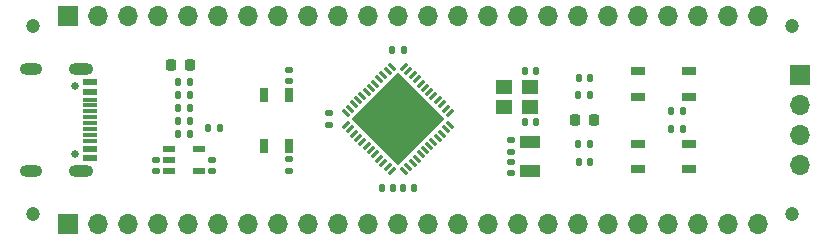
<source format=gts>
%TF.GenerationSoftware,KiCad,Pcbnew,7.0.11*%
%TF.CreationDate,2024-04-13T17:39:14+08:00*%
%TF.ProjectId,UINIO-MCU-STM32F401CCU6,55494e49-4f2d-44d4-9355-2d53544d3332,Version 3.2.0*%
%TF.SameCoordinates,PX72c1710PY5584170*%
%TF.FileFunction,Soldermask,Top*%
%TF.FilePolarity,Negative*%
%FSLAX46Y46*%
G04 Gerber Fmt 4.6, Leading zero omitted, Abs format (unit mm)*
G04 Created by KiCad (PCBNEW 7.0.11) date 2024-04-13 17:39:14*
%MOMM*%
%LPD*%
G01*
G04 APERTURE LIST*
G04 Aperture macros list*
%AMRoundRect*
0 Rectangle with rounded corners*
0 $1 Rounding radius*
0 $2 $3 $4 $5 $6 $7 $8 $9 X,Y pos of 4 corners*
0 Add a 4 corners polygon primitive as box body*
4,1,4,$2,$3,$4,$5,$6,$7,$8,$9,$2,$3,0*
0 Add four circle primitives for the rounded corners*
1,1,$1+$1,$2,$3*
1,1,$1+$1,$4,$5*
1,1,$1+$1,$6,$7*
1,1,$1+$1,$8,$9*
0 Add four rect primitives between the rounded corners*
20,1,$1+$1,$2,$3,$4,$5,0*
20,1,$1+$1,$4,$5,$6,$7,0*
20,1,$1+$1,$6,$7,$8,$9,0*
20,1,$1+$1,$8,$9,$2,$3,0*%
%AMHorizOval*
0 Thick line with rounded ends*
0 $1 width*
0 $2 $3 position (X,Y) of the first rounded end (center of the circle)*
0 $4 $5 position (X,Y) of the second rounded end (center of the circle)*
0 Add line between two ends*
20,1,$1,$2,$3,$4,$5,0*
0 Add two circle primitives to create the rounded ends*
1,1,$1,$2,$3*
1,1,$1,$4,$5*%
%AMRotRect*
0 Rectangle, with rotation*
0 The origin of the aperture is its center*
0 $1 length*
0 $2 width*
0 $3 Rotation angle, in degrees counterclockwise*
0 Add horizontal line*
21,1,$1,$2,0,0,$3*%
G04 Aperture macros list end*
%ADD10RoundRect,0.135000X0.135000X0.185000X-0.135000X0.185000X-0.135000X-0.185000X0.135000X-0.185000X0*%
%ADD11RoundRect,0.140000X0.140000X0.170000X-0.140000X0.170000X-0.140000X-0.170000X0.140000X-0.170000X0*%
%ADD12RoundRect,0.135000X-0.135000X-0.185000X0.135000X-0.185000X0.135000X0.185000X-0.135000X0.185000X0*%
%ADD13R,0.650000X1.200000*%
%ADD14R,1.800000X1.000000*%
%ADD15R,1.000000X0.600000*%
%ADD16RoundRect,0.140000X-0.170000X0.140000X-0.170000X-0.140000X0.170000X-0.140000X0.170000X0.140000X0*%
%ADD17RoundRect,0.218750X-0.218750X-0.256250X0.218750X-0.256250X0.218750X0.256250X-0.218750X0.256250X0*%
%ADD18R,1.200000X0.650000*%
%ADD19R,1.700000X1.700000*%
%ADD20O,1.700000X1.700000*%
%ADD21C,1.200000*%
%ADD22HorizOval,0.280000X-0.219203X0.219203X0.219203X-0.219203X0*%
%ADD23HorizOval,0.280000X0.219203X0.219203X-0.219203X-0.219203X0*%
%ADD24RotRect,5.600000X5.600000X45.000000*%
%ADD25RoundRect,0.140000X0.170000X-0.140000X0.170000X0.140000X-0.170000X0.140000X-0.170000X-0.140000X0*%
%ADD26C,0.650000*%
%ADD27O,2.100000X1.000000*%
%ADD28O,1.900000X1.000000*%
%ADD29R,1.150000X0.600000*%
%ADD30R,1.150000X0.300000*%
%ADD31R,1.400000X1.200000*%
%ADD32RoundRect,0.140000X-0.140000X-0.170000X0.140000X-0.170000X0.140000X0.170000X-0.140000X0.170000X0*%
%ADD33RoundRect,0.218750X0.218750X0.256250X-0.218750X0.256250X-0.218750X-0.256250X0.218750X-0.256250X0*%
%ADD34RoundRect,0.135000X0.185000X-0.135000X0.185000X0.135000X-0.185000X0.135000X-0.185000X-0.135000X0*%
G04 APERTURE END LIST*
D10*
%TO.C,R1*%
X12329060Y-6904468D03*
X11309060Y-6904468D03*
%TD*%
D11*
%TO.C,C7*%
X46190000Y-13727130D03*
X45230000Y-13727130D03*
%TD*%
D12*
%TO.C,R8*%
X53080000Y-9410000D03*
X54100000Y-9410000D03*
%TD*%
D13*
%TO.C,SW2*%
X20710000Y-8022130D03*
X20710000Y-12322130D03*
X18560000Y-8022130D03*
X18560000Y-12322130D03*
%TD*%
D14*
%TO.C,Y1*%
X41120000Y-12012130D03*
X41120000Y-14512130D03*
%TD*%
D15*
%TO.C,U1*%
X10529060Y-12576130D03*
X10529060Y-13526130D03*
X10529060Y-14476130D03*
X13129060Y-14476130D03*
X13129060Y-12576130D03*
%TD*%
D16*
%TO.C,C11*%
X39540940Y-11870000D03*
X39540940Y-12830000D03*
%TD*%
D17*
%TO.C,D1*%
X10751560Y-5490000D03*
X12326560Y-5490000D03*
%TD*%
D18*
%TO.C,SW3*%
X50260000Y-12182130D03*
X54560000Y-12182130D03*
X50260000Y-14332130D03*
X54560000Y-14332130D03*
%TD*%
D19*
%TO.C,J3*%
X63960000Y-6367130D03*
D20*
X63960000Y-8907130D03*
X63960000Y-11447130D03*
X63960000Y-13987130D03*
%TD*%
D16*
%TO.C,C2*%
X9429060Y-13512130D03*
X9429060Y-14472130D03*
%TD*%
D12*
%TO.C,R10*%
X45200000Y-12177130D03*
X46220000Y-12177130D03*
%TD*%
D21*
%TO.C,HOLE\u002A\u002A*%
X-920940Y-2190000D03*
%TD*%
D12*
%TO.C,R4*%
X11310000Y-11311846D03*
X12330000Y-11311846D03*
%TD*%
D21*
%TO.C,HOLE\u002A\u002A*%
X63339060Y-2190000D03*
%TD*%
%TO.C,HOLE\u002A\u002A*%
X63290000Y-18130000D03*
%TD*%
D11*
%TO.C,C4*%
X30419060Y-4250000D03*
X29459060Y-4250000D03*
%TD*%
D22*
%TO.C,U3*%
X30468683Y-14492609D03*
X30822943Y-14138349D03*
X31176497Y-13784796D03*
X31530050Y-13431242D03*
X31884311Y-13076982D03*
X32237864Y-12723428D03*
X32590003Y-12371289D03*
X32943557Y-12017736D03*
X33297817Y-11663475D03*
X33651371Y-11309922D03*
X34005631Y-10955661D03*
X34359184Y-10602108D03*
D23*
X34358477Y-9542155D03*
X34004924Y-9188602D03*
X33651371Y-8835048D03*
X33297817Y-8481495D03*
X32944264Y-8127941D03*
X32590710Y-7774388D03*
X32237157Y-7420835D03*
X31883604Y-7067281D03*
X31530050Y-6713728D03*
X31176497Y-6360174D03*
X30822943Y-6006621D03*
X30469390Y-5653068D03*
D22*
X29409437Y-5652361D03*
X29055884Y-6005914D03*
X28701623Y-6360174D03*
X28348070Y-6713728D03*
X27993809Y-7067988D03*
X27640256Y-7421542D03*
X27288117Y-7773681D03*
X26934563Y-8127234D03*
X26580303Y-8481495D03*
X26226749Y-8835048D03*
X25873196Y-9188602D03*
X25518936Y-9542862D03*
D23*
X25518936Y-10602108D03*
X25873196Y-10956368D03*
X26226749Y-11309922D03*
X26580303Y-11663475D03*
X26934563Y-12017736D03*
X27288117Y-12371289D03*
X27640256Y-12723428D03*
X27993809Y-13076982D03*
X28348070Y-13431242D03*
X28701623Y-13784796D03*
X29055884Y-14139056D03*
X29409437Y-14492609D03*
D24*
X29939060Y-10072485D03*
%TD*%
D12*
%TO.C,R12*%
X13870000Y-10840000D03*
X14890000Y-10840000D03*
%TD*%
D25*
%TO.C,C10*%
X39540940Y-14650000D03*
X39540940Y-13690000D03*
%TD*%
D26*
%TO.C,USB1*%
X2568060Y-7282130D03*
X2568060Y-13062130D03*
D27*
X3068060Y-5847130D03*
X3068060Y-14497130D03*
D28*
X-1131940Y-5847130D03*
X-1131940Y-14497130D03*
D29*
X3830060Y-6972130D03*
X3830060Y-7772130D03*
D30*
X3830060Y-8922130D03*
X3830060Y-9922130D03*
X3830060Y-10422130D03*
X3830060Y-11422130D03*
D29*
X3830060Y-13372130D03*
X3830060Y-12572130D03*
D30*
X3830060Y-11922130D03*
X3830060Y-10922130D03*
X3830060Y-9422130D03*
X3830060Y-8422130D03*
%TD*%
D25*
%TO.C,C5*%
X14230000Y-14472130D03*
X14230000Y-13512130D03*
%TD*%
D10*
%TO.C,R9*%
X54100000Y-10940000D03*
X53080000Y-10940000D03*
%TD*%
D31*
%TO.C,Y2*%
X41080000Y-7332130D03*
X38880000Y-7332130D03*
X38880000Y-9032130D03*
X41080000Y-9032130D03*
%TD*%
D32*
%TO.C,C13*%
X30370000Y-15890000D03*
X31330000Y-15890000D03*
%TD*%
D12*
%TO.C,R5*%
X45200000Y-8077130D03*
X46220000Y-8077130D03*
%TD*%
D32*
%TO.C,C6*%
X28549060Y-15890000D03*
X29509060Y-15890000D03*
%TD*%
D11*
%TO.C,C8*%
X41650000Y-10342130D03*
X40690000Y-10342130D03*
%TD*%
D21*
%TO.C,HOLE\u002A\u002A*%
X-970000Y-18130000D03*
%TD*%
D12*
%TO.C,R3*%
X11310000Y-9108156D03*
X12330000Y-9108156D03*
%TD*%
%TO.C,R2*%
X11310000Y-10210000D03*
X12330000Y-10210000D03*
%TD*%
D11*
%TO.C,C1*%
X46190000Y-6577130D03*
X45230000Y-6577130D03*
%TD*%
D33*
%TO.C,L1*%
X46497500Y-10177130D03*
X44922500Y-10177130D03*
%TD*%
D25*
%TO.C,C9*%
X20715000Y-6860000D03*
X20715000Y-5900000D03*
%TD*%
D12*
%TO.C,R11*%
X11310000Y-8006312D03*
X12330000Y-8006312D03*
%TD*%
D16*
%TO.C,C3*%
X24120000Y-9592485D03*
X24120000Y-10552485D03*
%TD*%
D34*
%TO.C,R6*%
X20715000Y-14490000D03*
X20715000Y-13470000D03*
%TD*%
D11*
%TO.C,C12*%
X41650000Y-6022130D03*
X40690000Y-6022130D03*
%TD*%
D18*
%TO.C,SW1*%
X54550000Y-8172130D03*
X50250000Y-8172130D03*
X54550000Y-6022130D03*
X50250000Y-6022130D03*
%TD*%
D19*
%TO.C,J1*%
X1999060Y-1342130D03*
D20*
X4539060Y-1342130D03*
X7079060Y-1342130D03*
X9619060Y-1342130D03*
X12159060Y-1342130D03*
X14699060Y-1342130D03*
X17239060Y-1342130D03*
X19779060Y-1342130D03*
X22319060Y-1342130D03*
X24859060Y-1342130D03*
X27399060Y-1342130D03*
X29939060Y-1342130D03*
X32479060Y-1342130D03*
X35019060Y-1342130D03*
X37559060Y-1342130D03*
X40099060Y-1342130D03*
X42639060Y-1342130D03*
X45179060Y-1342130D03*
X47719060Y-1342130D03*
X50259060Y-1342130D03*
X52799060Y-1342130D03*
X55339060Y-1342130D03*
X57879060Y-1342130D03*
X60419060Y-1342130D03*
%TD*%
D19*
%TO.C,J2*%
X1999060Y-18982130D03*
D20*
X4539060Y-18982130D03*
X7079060Y-18982130D03*
X9619060Y-18982130D03*
X12159060Y-18982130D03*
X14699060Y-18982130D03*
X17239060Y-18982130D03*
X19779060Y-18982130D03*
X22319060Y-18982130D03*
X24859060Y-18982130D03*
X27399060Y-18982130D03*
X29939060Y-18982130D03*
X32479060Y-18982130D03*
X35019060Y-18982130D03*
X37559060Y-18982130D03*
X40099060Y-18982130D03*
X42639060Y-18982130D03*
X45179060Y-18982130D03*
X47719060Y-18982130D03*
X50259060Y-18982130D03*
X52799060Y-18982130D03*
X55339060Y-18982130D03*
X57879060Y-18982130D03*
X60419060Y-18982130D03*
%TD*%
M02*

</source>
